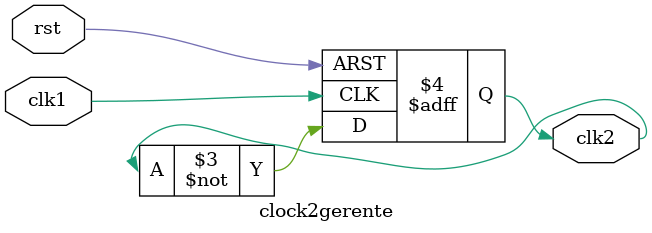
<source format=v>
module clock2gerente(input clk1, rst, output reg clk2);

	always @(negedge clk1 or posedge rst)
	begin
		if(rst == 1)
			clk2 <= 1'b0;
		else
			clk2 <= ~clk2;	
	end

endmodule

</source>
